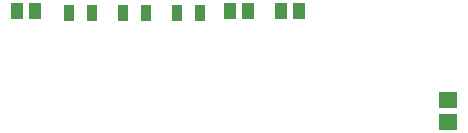
<source format=gbr>
G04*
G04 #@! TF.GenerationSoftware,Altium Limited,Altium Designer,23.2.1 (34)*
G04*
G04 Layer_Color=8421504*
%FSLAX25Y25*%
%MOIN*%
G70*
G04*
G04 #@! TF.SameCoordinates,4C8DD8F6-A57A-4931-99BD-73A2A12B2EB2*
G04*
G04*
G04 #@! TF.FilePolarity,Positive*
G04*
G01*
G75*
%ADD15R,0.04134X0.05315*%
%ADD16R,0.05938X0.05534*%
%ADD17R,0.03740X0.05709*%
D15*
X491047Y438500D02*
D03*
X496953D02*
D03*
X513953D02*
D03*
X508047D02*
D03*
X425953D02*
D03*
X420047D02*
D03*
D16*
X563500Y401707D02*
D03*
Y409000D02*
D03*
D17*
X473161Y438000D02*
D03*
X480839D02*
D03*
X455161D02*
D03*
X462839D02*
D03*
X437161D02*
D03*
X444839D02*
D03*
M02*

</source>
